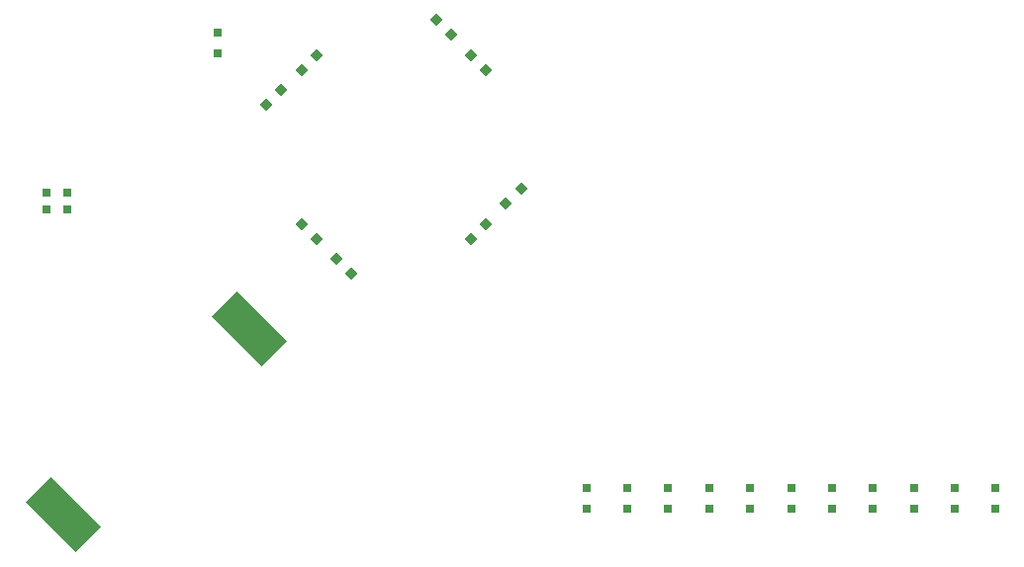
<source format=gbr>
%TF.GenerationSoftware,KiCad,Pcbnew,(6.0.9)*%
%TF.CreationDate,2023-01-07T05:09:31-05:00*%
%TF.ProjectId,businesscard,62757369-6e65-4737-9363-6172642e6b69,rev?*%
%TF.SameCoordinates,Original*%
%TF.FileFunction,Paste,Top*%
%TF.FilePolarity,Positive*%
%FSLAX46Y46*%
G04 Gerber Fmt 4.6, Leading zero omitted, Abs format (unit mm)*
G04 Created by KiCad (PCBNEW (6.0.9)) date 2023-01-07 05:09:31*
%MOMM*%
%LPD*%
G01*
G04 APERTURE LIST*
G04 Aperture macros list*
%AMRotRect*
0 Rectangle, with rotation*
0 The origin of the aperture is its center*
0 $1 length*
0 $2 width*
0 $3 Rotation angle, in degrees counterclockwise*
0 Add horizontal line*
21,1,$1,$2,0,0,$3*%
G04 Aperture macros list end*
%ADD10RotRect,3.000000X6.000000X45.000000*%
%ADD11R,0.737000X0.800000*%
%ADD12RotRect,0.800000X0.737000X315.000000*%
%ADD13RotRect,0.800000X0.737000X45.000000*%
%ADD14RotRect,0.800000X0.737000X135.000000*%
%ADD15RotRect,0.800000X0.737000X225.000000*%
%ADD16R,0.800000X0.737000*%
G04 APERTURE END LIST*
D10*
%TO.C,BT1*%
X98750000Y-94500000D03*
X114659902Y-78590098D03*
%TD*%
D11*
%TO.C,R19*%
X143500000Y-94000000D03*
X143500000Y-92200000D03*
%TD*%
%TO.C,R18*%
X147000000Y-94000000D03*
X147000000Y-92200000D03*
%TD*%
%TO.C,R17*%
X150500000Y-94000000D03*
X150500000Y-92200000D03*
%TD*%
%TO.C,R16*%
X154000000Y-94000000D03*
X154000000Y-92200000D03*
%TD*%
%TO.C,R15*%
X157500000Y-94000000D03*
X157500000Y-92200000D03*
%TD*%
%TO.C,R14*%
X161000000Y-94000000D03*
X161000000Y-92200000D03*
%TD*%
%TO.C,R13*%
X164500000Y-94000000D03*
X164500000Y-92200000D03*
%TD*%
%TO.C,R12*%
X168000000Y-94000000D03*
X168000000Y-92200000D03*
%TD*%
%TO.C,R11*%
X171500000Y-94000000D03*
X171500000Y-92200000D03*
%TD*%
%TO.C,R10*%
X175000000Y-94000000D03*
X175000000Y-92200000D03*
%TD*%
%TO.C,R9*%
X178500000Y-94000000D03*
X178500000Y-92200000D03*
%TD*%
D12*
%TO.C,R8*%
X122113604Y-72613604D03*
X123386396Y-73886396D03*
%TD*%
D13*
%TO.C,R7*%
X136613604Y-67886396D03*
X137886396Y-66613604D03*
%TD*%
D14*
%TO.C,R6*%
X131886396Y-53386396D03*
X130613604Y-52113604D03*
%TD*%
D15*
%TO.C,R5*%
X116113604Y-59386396D03*
X117386396Y-58113604D03*
%TD*%
D12*
%TO.C,R4*%
X120386396Y-70886396D03*
X119113604Y-69613604D03*
%TD*%
D13*
%TO.C,R3*%
X133613604Y-70886396D03*
X134886396Y-69613604D03*
%TD*%
D14*
%TO.C,R2*%
X133613604Y-55113604D03*
X134886396Y-56386396D03*
%TD*%
D15*
%TO.C,R1*%
X120386396Y-55113604D03*
X119113604Y-56386396D03*
%TD*%
D16*
%TO.C,C3*%
X97300000Y-68400000D03*
X99100000Y-68400000D03*
%TD*%
%TO.C,C2*%
X97300000Y-66900000D03*
X99100000Y-66900000D03*
%TD*%
D11*
%TO.C,C1*%
X111950000Y-53200000D03*
X111950000Y-55000000D03*
%TD*%
M02*

</source>
